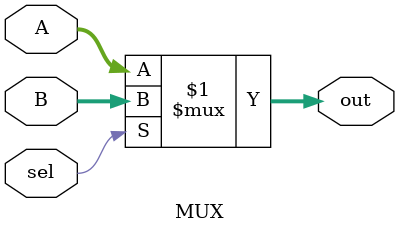
<source format=v>
`timescale 1ns/1ns

module MUX #(parameter N = 32)(
  input [N-1:0] A, B,
  input sel,
  output [N-1:0] out
);
  assign out = sel ? B : A;
endmodule

</source>
